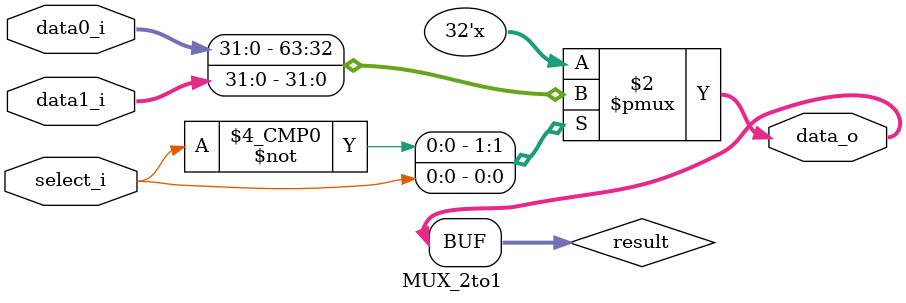
<source format=v>
/***************************************************
Student Name:林佑檍_張君實
Student ID: group10_0711099_0810749
***************************************************/

`timescale 1ns/1ps

module MUX_2to1(
	input   	[32-1:0] data0_i,       
	input   	[32-1:0] data1_i,
	input       	     select_i,
	output wire [32-1:0] data_o
               );			   

reg[31:0] result;
assign data_o = result;

always @(*) begin
	case (select_i)
		1'b0: begin
			result = data0_i;
		end
		1'b1: begin
			result = data1_i;
		end
		default: begin
			result = 0;
		end
	endcase
end

endmodule      
          
</source>
